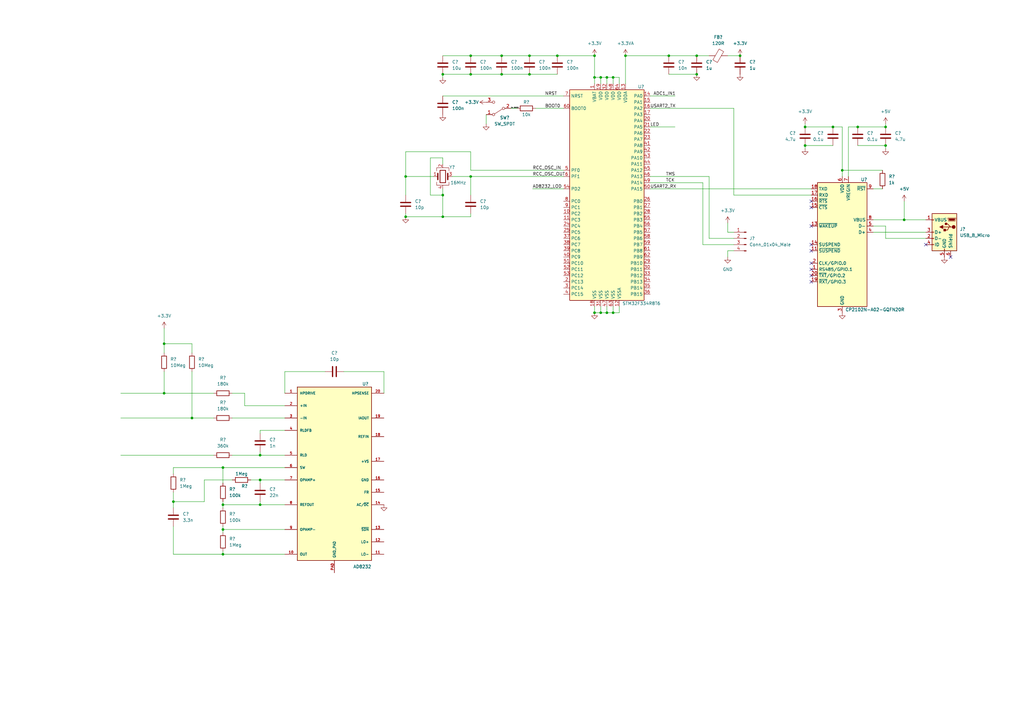
<source format=kicad_sch>
(kicad_sch (version 20211123) (generator eeschema)
  (paper "A3")
  (lib_symbols
    (symbol "AD8232:AD8232" (pin_names (offset 1.016))
      (property "Reference" "U" (at -15.24 45.72 0))
      (property "Value" "AD8232" (at -15.24 -30.48 0))
      (symbol "AD8232_0_0"
        (rectangle (start -15.24 -27.94) (end 15.24 43.18) (stroke (width 0.254)) (fill (type background)))
        (pin bidirectional line (at -20.32 40.64 0) (length 5.08) (name "HPDRIVE") (number "1"))
        (pin bidirectional line (at -20.32 -25.4 0) (length 5.08) (name "OUT") (number "10"))
        (pin bidirectional line (at 20.32 -25.4 180) (length 5.08) (name "LO-") (number "11"))
        (pin bidirectional line (at 20.32 -20.32 180) (length 5.08) (name "LO+") (number "12"))
        (pin bidirectional line (at 20.32 -15.24 180) (length 5.08) (name "~{SDN}") (number "13"))
        (pin bidirectional line (at 20.32 -5.08 180) (length 5.08) (name "AC/~{DC}") (number "14"))
        (pin bidirectional line (at 20.32 0 180) (length 5.08) (name "FR") (number "15"))
        (pin bidirectional line (at 20.32 5.08 180) (length 5.08) (name "GND") (number "16"))
        (pin bidirectional line (at 20.32 12.7 180) (length 5.08) (name "+VS") (number "17"))
        (pin bidirectional line (at 20.32 22.86 180) (length 5.08) (name "REFIN") (number "18"))
        (pin bidirectional line (at 20.32 30.48 180) (length 5.08) (name "IAOUT") (number "19"))
        (pin bidirectional line (at -20.32 35.56 0) (length 5.08) (name "+IN") (number "2"))
        (pin bidirectional line (at 20.32 40.64 180) (length 5.08) (name "HPSENSE") (number "20"))
        (pin bidirectional line (at -20.32 30.48 0) (length 5.08) (name "-IN") (number "3"))
        (pin bidirectional line (at -20.32 25.4 0) (length 5.08) (name "RLDFB") (number "4"))
        (pin bidirectional line (at -20.32 15.24 0) (length 5.08) (name "RLD") (number "5"))
        (pin bidirectional line (at -20.32 10.16 0) (length 5.08) (name "SW") (number "6"))
        (pin bidirectional line (at -20.32 5.08 0) (length 5.08) (name "OPAMP+") (number "7"))
        (pin bidirectional line (at -20.32 -5.08 0) (length 5.08) (name "REFOUT") (number "8"))
        (pin bidirectional line (at -20.32 -15.24 0) (length 5.08) (name "OPAMP-") (number "9"))
        (pin bidirectional line (at 0 -33.02 90) (length 5.08) (name "GND_PAD") (number "PAD"))
      )
    )
    (symbol "Connector:Conn_01x04_Male" (pin_names (offset 1.016) hide)
      (property "Reference" "J" (at 0 5.08 0))
      (property "Value" "Conn_01x04_Male" (at 0 -7.62 0))
      (symbol "Conn_01x04_Male_1_1"
        (polyline (pts (xy 1.27 -5.08) (xy 0.8636 -5.08)) (stroke (width 0.1524)))
        (polyline (pts (xy 1.27 -2.54) (xy 0.8636 -2.54)) (stroke (width 0.1524)))
        (polyline (pts (xy 1.27 0) (xy 0.8636 0)) (stroke (width 0.1524)))
        (polyline (pts (xy 1.27 2.54) (xy 0.8636 2.54)) (stroke (width 0.1524)))
        (rectangle (start 0.8636 -4.953) (end 0 -5.207) (stroke (width 0.1524)) (fill (type outline)))
        (rectangle (start 0.8636 -2.413) (end 0 -2.667) (stroke (width 0.1524)) (fill (type outline)))
        (rectangle (start 0.8636 0.127) (end 0 -0.127) (stroke (width 0.1524)) (fill (type outline)))
        (rectangle (start 0.8636 2.667) (end 0 2.413) (stroke (width 0.1524)) (fill (type outline)))
        (pin passive line (at 5.08 2.54 180) (length 3.81) (name "Pin_1") (number "1"))
        (pin passive line (at 5.08 0 180) (length 3.81) (name "Pin_2") (number "2"))
        (pin passive line (at 5.08 -2.54 180) (length 3.81) (name "Pin_3") (number "3"))
        (pin passive line (at 5.08 -5.08 180) (length 3.81) (name "Pin_4") (number "4"))
      )
    )
    (symbol "Connector:USB_B_Micro" (pin_names (offset 1.016))
      (property "Reference" "J" (at -5.08 11.43 0))
      (property "Value" "USB_B_Micro" (at -5.08 8.89 0))
      (symbol "USB_B_Micro_0_1"
        (rectangle (start -5.08 -7.62) (end 5.08 7.62) (stroke (width 0.254)) (fill (type background)))
        (circle (center -3.81 2.159) (radius 0.635) (stroke (width 0.254)) (fill (type outline)))
        (circle (center -0.635 3.429) (radius 0.381) (stroke (width 0.254)) (fill (type outline)))
        (rectangle (start -0.127 -7.62) (end 0.127 -6.858))
        (polyline (pts (xy -1.905 2.159) (xy 0.635 2.159)) (stroke (width 0.254)))
        (polyline (pts (xy -3.175 2.159) (xy -2.54 2.159) (xy -1.27 3.429) (xy -0.635 3.429)) (stroke (width 0.254)))
        (polyline (pts (xy -2.54 2.159) (xy -1.905 2.159) (xy -1.27 0.889) (xy 0 0.889)) (stroke (width 0.254)))
        (polyline (pts (xy 0.635 2.794) (xy 0.635 1.524) (xy 1.905 2.159) (xy 0.635 2.794)) (stroke (width 0.254)) (fill (type outline)))
        (polyline (pts (xy -4.318 5.588) (xy -1.778 5.588) (xy -2.032 4.826) (xy -4.064 4.826) (xy -4.318 5.588)) (fill (type outline)))
        (polyline (pts (xy -4.699 5.842) (xy -4.699 5.588) (xy -4.445 4.826) (xy -4.445 4.572) (xy -1.651 4.572) (xy -1.651 4.826) (xy -1.397 5.588) (xy -1.397 5.842) (xy -4.699 5.842)))
        (rectangle (start 0.254 1.27) (end -0.508 0.508) (stroke (width 0.254)) (fill (type outline)))
        (rectangle (start 5.08 -5.207) (end 4.318 -4.953))
        (rectangle (start 5.08 -2.667) (end 4.318 -2.413))
        (rectangle (start 5.08 -0.127) (end 4.318 0.127))
        (rectangle (start 5.08 4.953) (end 4.318 5.207))
      )
      (symbol "USB_B_Micro_1_1"
        (pin power_out line (at 7.62 5.08 180) (length 2.54) (name "VBUS") (number "1"))
        (pin bidirectional line (at 7.62 -2.54 180) (length 2.54) (name "D-") (number "2"))
        (pin bidirectional line (at 7.62 0 180) (length 2.54) (name "D+") (number "3"))
        (pin passive line (at 7.62 -5.08 180) (length 2.54) (name "ID") (number "4"))
        (pin power_out line (at 0 -10.16 90) (length 2.54) (name "GND") (number "5"))
        (pin passive line (at -2.54 -10.16 90) (length 2.54) (name "Shield") (number "6"))
      )
    )
    (symbol "Device:C" (pin_numbers hide) (pin_names (offset 0.254))
      (property "Reference" "C" (at 0.635 2.54 0))
      (property "Value" "C" (at 0.635 -2.54 0))
      (symbol "C_0_1"
        (polyline (pts (xy -2.032 -0.762) (xy 2.032 -0.762)) (stroke (width 0.508)))
        (polyline (pts (xy -2.032 0.762) (xy 2.032 0.762)) (stroke (width 0.508)))
      )
      (symbol "C_1_1"
        (pin passive line (at 0 3.81 270) (length 2.794) (name "~") (number "1"))
        (pin passive line (at 0 -3.81 90) (length 2.794) (name "~") (number "2"))
      )
    )
    (symbol "Device:Crystal_GND24" (pin_names (offset 1.016) hide)
      (property "Reference" "Y" (at 3.175 5.08 0))
      (property "Value" "Crystal_GND24" (at 3.175 3.175 0))
      (symbol "Crystal_GND24_0_1"
        (rectangle (start -1.143 2.54) (end 1.143 -2.54) (stroke (width 0.3048)))
        (polyline (pts (xy -2.54 0) (xy -2.032 0)))
        (polyline (pts (xy -2.032 -1.27) (xy -2.032 1.27)) (stroke (width 0.508)))
        (polyline (pts (xy 0 -3.81) (xy 0 -3.556)))
        (polyline (pts (xy 0 3.556) (xy 0 3.81)))
        (polyline (pts (xy 2.032 -1.27) (xy 2.032 1.27)) (stroke (width 0.508)))
        (polyline (pts (xy 2.032 0) (xy 2.54 0)))
        (polyline (pts (xy -2.54 -2.286) (xy -2.54 -3.556) (xy 2.54 -3.556) (xy 2.54 -2.286)))
        (polyline (pts (xy -2.54 2.286) (xy -2.54 3.556) (xy 2.54 3.556) (xy 2.54 2.286)))
      )
      (symbol "Crystal_GND24_1_1"
        (pin passive line (at -3.81 0 0) (length 1.27) (name "1") (number "1"))
        (pin passive line (at 0 5.08 270) (length 1.27) (name "2") (number "2"))
        (pin passive line (at 3.81 0 180) (length 1.27) (name "3") (number "3"))
        (pin passive line (at 0 -5.08 90) (length 1.27) (name "4") (number "4"))
      )
    )
    (symbol "Device:FerriteBead" (pin_numbers hide) (pin_names (offset 0))
      (property "Reference" "FB" (at -3.81 0.635 90))
      (property "Value" "FerriteBead" (at 3.81 0 90))
      (symbol "FerriteBead_0_1"
        (polyline (pts (xy 0 -1.27) (xy 0 -1.2192)))
        (polyline (pts (xy 0 1.27) (xy 0 1.2954)))
        (polyline (pts (xy -2.7686 0.4064) (xy -1.7018 2.2606) (xy 2.7686 -0.3048) (xy 1.6764 -2.159) (xy -2.7686 0.4064)))
      )
      (symbol "FerriteBead_1_1"
        (pin passive line (at 0 3.81 270) (length 2.54) (name "~") (number "1"))
        (pin passive line (at 0 -3.81 90) (length 2.54) (name "~") (number "2"))
      )
    )
    (symbol "Device:R" (pin_numbers hide) (pin_names (offset 0))
      (property "Reference" "R" (at 2.032 0 90))
      (property "Value" "R" (at 0 0 90))
      (symbol "R_0_1"
        (rectangle (start -1.016 -2.54) (end 1.016 2.54) (stroke (width 0.254)))
      )
      (symbol "R_1_1"
        (pin passive line (at 0 3.81 270) (length 1.27) (name "~") (number "1"))
        (pin passive line (at 0 -3.81 90) (length 1.27) (name "~") (number "2"))
      )
    )
    (symbol "Interface_USB:CP2102N-Axx-xQFN20"
      (property "Reference" "U" (at -8.89 26.67 0))
      (property "Value" "CP2102N-Axx-xQFN20" (at 12.7 26.67 0))
      (symbol "CP2102N-Axx-xQFN20_0_1"
        (rectangle (start -10.16 25.4) (end 10.16 -25.4) (stroke (width 0.254)) (fill (type background)))
      )
      (symbol "CP2102N-Axx-xQFN20_1_1"
        (pin bidirectional line (at 12.7 -10.16 180) (length 2.54) (name "RS485/GPIO.1") (number "1"))
        (pin no_connect line (at -10.16 -22.86 0) (length 2.54) hide (name "NC") (number "10"))
        (pin output line (at 12.7 -2.54 180) (length 2.54) (name "~{SUSPEND}") (number "11"))
        (pin passive line (at 0 -27.94 90) (length 2.54) hide (name "GND") (number "12"))
        (pin input line (at 12.7 7.62 180) (length 2.54) (name "~{WAKEUP}") (number "13"))
        (pin output line (at 12.7 0 180) (length 2.54) (name "SUSPEND") (number "14"))
        (pin input line (at 12.7 15.24 180) (length 2.54) (name "~{CTS}") (number "15"))
        (pin output line (at 12.7 17.78 180) (length 2.54) (name "~{RTS}") (number "16"))
        (pin input line (at 12.7 20.32 180) (length 2.54) (name "RXD") (number "17"))
        (pin output line (at 12.7 22.86 180) (length 2.54) (name "TXD") (number "18"))
        (pin bidirectional line (at 12.7 -15.24 180) (length 2.54) (name "~{RXT}/GPIO.3") (number "19"))
        (pin bidirectional line (at 12.7 -7.62 180) (length 2.54) (name "CLK/GPIO.0") (number "2"))
        (pin bidirectional line (at 12.7 -12.7 180) (length 2.54) (name "~{TXT}/GPIO.2") (number "20"))
        (pin passive line (at 0 -27.94 90) (length 2.54) hide (name "GND") (number "21"))
        (pin power_in line (at 0 -27.94 90) (length 2.54) (name "GND") (number "3"))
        (pin bidirectional line (at -12.7 5.08 0) (length 2.54) (name "D+") (number "4"))
        (pin bidirectional line (at -12.7 7.62 0) (length 2.54) (name "D-") (number "5"))
        (pin power_in line (at 0 27.94 270) (length 2.54) (name "VDD") (number "6"))
        (pin power_in line (at -2.54 27.94 270) (length 2.54) (name "VREGIN") (number "7"))
        (pin input line (at -12.7 10.16 0) (length 2.54) (name "VBUS") (number "8"))
        (pin input line (at -12.7 22.86 0) (length 2.54) (name "~{RST}") (number "9"))
      )
    )
    (symbol "MCU_ST_STM32F3:STM32F334R8Tx"
      (property "Reference" "U" (at -15.24 44.45 0))
      (property "Value" "STM32F334R8Tx" (at 10.16 44.45 0))
      (symbol "STM32F334R8Tx_0_1"
        (rectangle (start -15.24 -43.18) (end 15.24 43.18) (stroke (width 0.254)) (fill (type background)))
      )
      (symbol "STM32F334R8Tx_1_1"
        (pin power_in line (at -5.08 45.72 270) (length 2.54) (name "VBAT") (number "1"))
        (pin bidirectional line (at -17.78 -7.62 0) (length 2.54) (name "PC2") (number "10"))
        (pin bidirectional line (at -17.78 -10.16 0) (length 2.54) (name "PC3") (number "11"))
        (pin power_in line (at 5.08 -45.72 90) (length 2.54) (name "VSSA") (number "12"))
        (pin power_in line (at 7.62 45.72 270) (length 2.54) (name "VDDA") (number "13"))
        (pin bidirectional line (at 17.78 40.64 180) (length 2.54) (name "PA0") (number "14"))
        (pin bidirectional line (at 17.78 38.1 180) (length 2.54) (name "PA1") (number "15"))
        (pin bidirectional line (at 17.78 35.56 180) (length 2.54) (name "PA2") (number "16"))
        (pin bidirectional line (at 17.78 33.02 180) (length 2.54) (name "PA3") (number "17"))
        (pin power_in line (at -5.08 -45.72 90) (length 2.54) (name "VSS") (number "18"))
        (pin power_in line (at -2.54 45.72 270) (length 2.54) (name "VDD") (number "19"))
        (pin bidirectional line (at -17.78 -35.56 0) (length 2.54) (name "PC13") (number "2"))
        (pin bidirectional line (at 17.78 30.48 180) (length 2.54) (name "PA4") (number "20"))
        (pin bidirectional line (at 17.78 27.94 180) (length 2.54) (name "PA5") (number "21"))
        (pin bidirectional line (at 17.78 25.4 180) (length 2.54) (name "PA6") (number "22"))
        (pin bidirectional line (at 17.78 22.86 180) (length 2.54) (name "PA7") (number "23"))
        (pin bidirectional line (at -17.78 -12.7 0) (length 2.54) (name "PC4") (number "24"))
        (pin bidirectional line (at -17.78 -15.24 0) (length 2.54) (name "PC5") (number "25"))
        (pin bidirectional line (at 17.78 -2.54 180) (length 2.54) (name "PB0") (number "26"))
        (pin bidirectional line (at 17.78 -5.08 180) (length 2.54) (name "PB1") (number "27"))
        (pin bidirectional line (at 17.78 -7.62 180) (length 2.54) (name "PB2") (number "28"))
        (pin bidirectional line (at 17.78 -27.94 180) (length 2.54) (name "PB10") (number "29"))
        (pin bidirectional line (at -17.78 -38.1 0) (length 2.54) (name "PC14") (number "3"))
        (pin bidirectional line (at 17.78 -30.48 180) (length 2.54) (name "PB11") (number "30"))
        (pin power_in line (at -2.54 -45.72 90) (length 2.54) (name "VSS") (number "31"))
        (pin power_in line (at 0 45.72 270) (length 2.54) (name "VDD") (number "32"))
        (pin bidirectional line (at 17.78 -33.02 180) (length 2.54) (name "PB12") (number "33"))
        (pin bidirectional line (at 17.78 -35.56 180) (length 2.54) (name "PB13") (number "34"))
        (pin bidirectional line (at 17.78 -38.1 180) (length 2.54) (name "PB14") (number "35"))
        (pin bidirectional line (at 17.78 -40.64 180) (length 2.54) (name "PB15") (number "36"))
        (pin bidirectional line (at -17.78 -17.78 0) (length 2.54) (name "PC6") (number "37"))
        (pin bidirectional line (at -17.78 -20.32 0) (length 2.54) (name "PC7") (number "38"))
        (pin bidirectional line (at -17.78 -22.86 0) (length 2.54) (name "PC8") (number "39"))
        (pin bidirectional line (at -17.78 -40.64 0) (length 2.54) (name "PC15") (number "4"))
        (pin bidirectional line (at -17.78 -25.4 0) (length 2.54) (name "PC9") (number "40"))
        (pin bidirectional line (at 17.78 20.32 180) (length 2.54) (name "PA8") (number "41"))
        (pin bidirectional line (at 17.78 17.78 180) (length 2.54) (name "PA9") (number "42"))
        (pin bidirectional line (at 17.78 15.24 180) (length 2.54) (name "PA10") (number "43"))
        (pin bidirectional line (at 17.78 12.7 180) (length 2.54) (name "PA11") (number "44"))
        (pin bidirectional line (at 17.78 10.16 180) (length 2.54) (name "PA12") (number "45"))
        (pin bidirectional line (at 17.78 7.62 180) (length 2.54) (name "PA13") (number "46"))
        (pin power_in line (at 0 -45.72 90) (length 2.54) (name "VSS") (number "47"))
        (pin power_in line (at 2.54 45.72 270) (length 2.54) (name "VDD") (number "48"))
        (pin bidirectional line (at 17.78 5.08 180) (length 2.54) (name "PA14") (number "49"))
        (pin input line (at -17.78 10.16 0) (length 2.54) (name "PF0") (number "5"))
        (pin bidirectional line (at 17.78 2.54 180) (length 2.54) (name "PA15") (number "50"))
        (pin bidirectional line (at -17.78 -27.94 0) (length 2.54) (name "PC10") (number "51"))
        (pin bidirectional line (at -17.78 -30.48 0) (length 2.54) (name "PC11") (number "52"))
        (pin bidirectional line (at -17.78 -33.02 0) (length 2.54) (name "PC12") (number "53"))
        (pin bidirectional line (at -17.78 2.54 0) (length 2.54) (name "PD2") (number "54"))
        (pin bidirectional line (at 17.78 -10.16 180) (length 2.54) (name "PB3") (number "55"))
        (pin bidirectional line (at 17.78 -12.7 180) (length 2.54) (name "PB4") (number "56"))
        (pin bidirectional line (at 17.78 -15.24 180) (length 2.54) (name "PB5") (number "57"))
        (pin bidirectional line (at 17.78 -17.78 180) (length 2.54) (name "PB6") (number "58"))
        (pin bidirectional line (at 17.78 -20.32 180) (length 2.54) (name "PB7") (number "59"))
        (pin input line (at -17.78 7.62 0) (length 2.54) (name "PF1") (number "6"))
        (pin input line (at -17.78 35.56 0) (length 2.54) (name "BOOT0") (number "60"))
        (pin bidirectional line (at 17.78 -22.86 180) (length 2.54) (name "PB8") (number "61"))
        (pin bidirectional line (at 17.78 -25.4 180) (length 2.54) (name "PB9") (number "62"))
        (pin power_in line (at 2.54 -45.72 90) (length 2.54) (name "VSS") (number "63"))
        (pin power_in line (at 5.08 45.72 270) (length 2.54) (name "VDD") (number "64"))
        (pin input line (at -17.78 40.64 0) (length 2.54) (name "NRST") (number "7"))
        (pin bidirectional line (at -17.78 -2.54 0) (length 2.54) (name "PC0") (number "8"))
        (pin bidirectional line (at -17.78 -5.08 0) (length 2.54) (name "PC1") (number "9"))
      )
    )
    (symbol "Switch:SW_SPDT" (pin_names (offset 0) hide)
      (property "Reference" "SW" (at 0 4.318 0))
      (property "Value" "SW_SPDT" (at 0 -5.08 0))
      (symbol "SW_SPDT_0_0"
        (circle (center -2.032 0) (radius 0.508))
        (circle (center 2.032 -2.54) (radius 0.508))
      )
      (symbol "SW_SPDT_0_1"
        (polyline (pts (xy -1.524 0.254) (xy 1.651 2.286)))
        (circle (center 2.032 2.54) (radius 0.508))
      )
      (symbol "SW_SPDT_1_1"
        (pin passive line (at 5.08 2.54 180) (length 2.54) (name "A") (number "1"))
        (pin passive line (at -5.08 0 0) (length 2.54) (name "B") (number "2"))
        (pin passive line (at 5.08 -2.54 180) (length 2.54) (name "C") (number "3"))
      )
    )
    (symbol "power:+3.3V" (power) (pin_names (offset 0))
      (property "Value" "+3.3V" (at 0 3.556 0))
      (symbol "+3.3V_0_1"
        (polyline (pts (xy -0.762 1.27) (xy 0 2.54)))
        (polyline (pts (xy 0 0) (xy 0 2.54)))
        (polyline (pts (xy 0 2.54) (xy 0.762 1.27)))
      )
      (symbol "+3.3V_1_1"
        (pin power_in line (at 0 0 90) (length 0) hide (name "+3.3V") (number "1"))
      )
    )
    (symbol "power:+3.3VA" (power) (pin_names (offset 0))
      (property "Value" "+3.3VA" (at 0 3.556 0))
      (symbol "+3.3VA_0_1"
        (polyline (pts (xy -0.762 1.27) (xy 0 2.54)))
        (polyline (pts (xy 0 0) (xy 0 2.54)))
        (polyline (pts (xy 0 2.54) (xy 0.762 1.27)))
      )
      (symbol "+3.3VA_1_1"
        (pin power_in line (at 0 0 90) (length 0) hide (name "+3.3VA") (number "1"))
      )
    )
    (symbol "power:+5V" (power) (pin_names (offset 0))
      (property "Value" "+5V" (at 0 3.556 0))
      (symbol "+5V_0_1"
        (polyline (pts (xy -0.762 1.27) (xy 0 2.54)))
        (polyline (pts (xy 0 0) (xy 0 2.54)))
        (polyline (pts (xy 0 2.54) (xy 0.762 1.27)))
      )
      (symbol "+5V_1_1"
        (pin power_in line (at 0 0 90) (length 0) hide (name "+5V") (number "1"))
      )
    )
    (symbol "power:GND" (power) (pin_names (offset 0))
      (property "Value" "GND" (at 0 -3.81 0))
      (symbol "GND_0_1"
        (polyline (pts (xy 0 0) (xy 0 -1.27) (xy 1.27 -1.27) (xy 0 -2.54) (xy -1.27 -1.27) (xy 0 -1.27)))
      )
      (symbol "GND_1_1"
        (pin power_in line (at 0 0 270) (length 0) hide (name "GND") (number "1"))
      )
    )
  )
  (junction (at 91.44 217.17))
  (junction (at 251.46 31.75))
  (junction (at 243.84 22.86))
  (junction (at 91.44 191.77))
  (junction (at 193.04 72.39))
  (junction (at 91.44 227.33))
  (junction (at 217.17 30.48))
  (junction (at 78.74 171.45))
  (junction (at 193.04 30.48))
  (junction (at 246.38 31.75))
  (junction (at 330.2 52.07))
  (junction (at 248.92 31.75))
  (junction (at 181.61 30.48))
  (junction (at 71.12 205.74))
  (junction (at 205.74 22.86))
  (junction (at 303.53 22.86))
  (junction (at 106.68 186.69))
  (junction (at 248.92 128.27))
  (junction (at 251.46 128.27))
  (junction (at 345.44 69.85))
  (junction (at 67.31 140.97))
  (junction (at 341.63 52.07))
  (junction (at 193.04 22.86))
  (junction (at 285.75 30.48))
  (junction (at 166.37 88.9))
  (junction (at 181.61 80.01))
  (junction (at 274.32 22.86))
  (junction (at 370.84 90.17))
  (junction (at 181.61 88.9))
  (junction (at 246.38 128.27))
  (junction (at 228.6 22.86))
  (junction (at 363.22 59.69))
  (junction (at 217.17 22.86))
  (junction (at 91.44 207.01))
  (junction (at 285.75 22.86))
  (junction (at 67.31 161.29))
  (junction (at 330.2 59.69))
  (junction (at 351.79 52.07))
  (junction (at 243.84 128.27))
  (junction (at 205.74 30.48))
  (junction (at 363.22 52.07))
  (junction (at 243.84 31.75))
  (junction (at 106.68 207.01))
  (junction (at 106.68 196.85))
  (junction (at 166.37 72.39))
  (junction (at 256.54 22.86))
  (no_connect (at 332.74 113.03))
  (no_connect (at 332.74 115.57))
  (no_connect (at 332.74 92.71))
  (no_connect (at 332.74 107.95))
  (no_connect (at 389.89 105.41))
  (no_connect (at 332.74 110.49))
  (no_connect (at 332.74 85.09))
  (no_connect (at 379.73 100.33))
  (no_connect (at 332.74 100.33))
  (no_connect (at 332.74 102.87))
  (no_connect (at 332.74 82.55))
  (wire (pts (xy 256.54 22.86) (xy 274.32 22.86)))
  (wire (pts (xy 106.68 186.69) (xy 116.84 186.69)))
  (wire (pts (xy 91.44 215.9) (xy 91.44 217.17)))
  (wire (pts (xy 157.48 152.4) (xy 157.48 161.29)))
  (wire (pts (xy 67.31 152.4) (xy 67.31 161.29)))
  (wire (pts (xy 300.99 95.25) (xy 298.45 95.25)))
  (wire (pts (xy 176.53 80.01) (xy 181.61 80.01)))
  (wire (pts (xy 91.44 198.12) (xy 91.44 191.77)))
  (wire (pts (xy 71.12 215.9) (xy 71.12 227.33)))
  (wire (pts (xy 370.84 90.17) (xy 379.73 90.17)))
  (wire (pts (xy 248.92 125.73) (xy 248.92 128.27)))
  (wire (pts (xy 181.61 88.9) (xy 193.04 88.9)))
  (wire (pts (xy 193.04 72.39) (xy 231.14 72.39)))
  (wire (pts (xy 358.14 77.47) (xy 361.95 77.47)))
  (wire (pts (xy 185.42 72.39) (xy 193.04 72.39)))
  (wire (pts (xy 347.98 52.07) (xy 347.98 72.39)))
  (wire (pts (xy 205.74 22.86) (xy 217.17 22.86)))
  (wire (pts (xy 298.45 91.44) (xy 298.45 95.25)))
  (wire (pts (xy 181.61 30.48) (xy 181.61 31.75)))
  (wire (pts (xy 266.7 39.37) (xy 276.86 39.37)))
  (wire (pts (xy 243.84 31.75) (xy 243.84 34.29)))
  (wire (pts (xy 341.63 52.07) (xy 345.44 52.07)))
  (wire (pts (xy 91.44 217.17) (xy 91.44 218.44)))
  (wire (pts (xy 251.46 125.73) (xy 251.46 128.27)))
  (wire (pts (xy 266.7 74.93) (xy 288.29 74.93)))
  (wire (pts (xy 166.37 72.39) (xy 166.37 80.01)))
  (wire (pts (xy 251.46 128.27) (xy 254 128.27)))
  (wire (pts (xy 49.53 186.69) (xy 87.63 186.69)))
  (wire (pts (xy 332.74 80.01) (xy 300.99 80.01)))
  (wire (pts (xy 166.37 62.23) (xy 193.04 62.23)))
  (wire (pts (xy 78.74 171.45) (xy 87.63 171.45)))
  (wire (pts (xy 243.84 125.73) (xy 243.84 128.27)))
  (wire (pts (xy 351.79 59.69) (xy 363.22 59.69)))
  (wire (pts (xy 243.84 22.86) (xy 243.84 31.75)))
  (wire (pts (xy 370.84 82.55) (xy 370.84 90.17)))
  (wire (pts (xy 298.45 102.87) (xy 298.45 105.41)))
  (wire (pts (xy 246.38 128.27) (xy 248.92 128.27)))
  (wire (pts (xy 363.22 97.79) (xy 379.73 97.79)))
  (wire (pts (xy 106.68 177.8) (xy 106.68 176.53)))
  (wire (pts (xy 266.7 52.07) (xy 276.86 52.07)))
  (wire (pts (xy 71.12 227.33) (xy 91.44 227.33)))
  (wire (pts (xy 358.14 95.25) (xy 379.73 95.25)))
  (wire (pts (xy 219.71 44.45) (xy 231.14 44.45)))
  (wire (pts (xy 363.22 59.69) (xy 363.22 60.96)))
  (wire (pts (xy 251.46 31.75) (xy 254 31.75)))
  (wire (pts (xy 288.29 100.33) (xy 300.99 100.33)))
  (wire (pts (xy 330.2 59.69) (xy 330.2 60.96)))
  (wire (pts (xy 181.61 77.47) (xy 181.61 80.01)))
  (wire (pts (xy 67.31 140.97) (xy 78.74 140.97)))
  (wire (pts (xy 300.99 102.87) (xy 298.45 102.87)))
  (wire (pts (xy 78.74 144.78) (xy 78.74 140.97)))
  (wire (pts (xy 49.53 161.29) (xy 67.31 161.29)))
  (wire (pts (xy 181.61 39.37) (xy 231.14 39.37)))
  (wire (pts (xy 67.31 161.29) (xy 87.63 161.29)))
  (wire (pts (xy 248.92 128.27) (xy 251.46 128.27)))
  (wire (pts (xy 274.32 22.86) (xy 285.75 22.86)))
  (wire (pts (xy 246.38 31.75) (xy 246.38 34.29)))
  (wire (pts (xy 341.63 59.69) (xy 330.2 59.69)))
  (wire (pts (xy 193.04 69.85) (xy 231.14 69.85)))
  (wire (pts (xy 116.84 152.4) (xy 133.35 152.4)))
  (wire (pts (xy 83.82 205.74) (xy 83.82 196.85)))
  (wire (pts (xy 83.82 196.85) (xy 95.25 196.85)))
  (wire (pts (xy 71.12 205.74) (xy 71.12 208.28)))
  (wire (pts (xy 193.04 72.39) (xy 193.04 80.01)))
  (wire (pts (xy 274.32 30.48) (xy 285.75 30.48)))
  (wire (pts (xy 266.7 44.45) (xy 300.99 44.45)))
  (wire (pts (xy 166.37 62.23) (xy 166.37 72.39)))
  (wire (pts (xy 217.17 22.86) (xy 228.6 22.86)))
  (wire (pts (xy 358.14 92.71) (xy 363.22 92.71)))
  (wire (pts (xy 176.53 64.77) (xy 176.53 80.01)))
  (wire (pts (xy 266.7 77.47) (xy 332.74 77.47)))
  (wire (pts (xy 95.25 186.69) (xy 106.68 186.69)))
  (wire (pts (xy 285.75 22.86) (xy 290.83 22.86)))
  (wire (pts (xy 363.22 92.71) (xy 363.22 97.79)))
  (wire (pts (xy 91.44 226.06) (xy 91.44 227.33)))
  (wire (pts (xy 351.79 52.07) (xy 363.22 52.07)))
  (wire (pts (xy 288.29 74.93) (xy 288.29 100.33)))
  (wire (pts (xy 347.98 52.07) (xy 351.79 52.07)))
  (wire (pts (xy 345.44 69.85) (xy 361.95 69.85)))
  (wire (pts (xy 290.83 72.39) (xy 290.83 97.79)))
  (wire (pts (xy 166.37 72.39) (xy 177.8 72.39)))
  (wire (pts (xy 345.44 72.39) (xy 345.44 69.85)))
  (wire (pts (xy 71.12 201.93) (xy 71.12 205.74)))
  (wire (pts (xy 71.12 205.74) (xy 83.82 205.74)))
  (wire (pts (xy 102.87 196.85) (xy 106.68 196.85)))
  (wire (pts (xy 116.84 196.85) (xy 106.68 196.85)))
  (wire (pts (xy 193.04 22.86) (xy 205.74 22.86)))
  (wire (pts (xy 358.14 90.17) (xy 370.84 90.17)))
  (wire (pts (xy 91.44 191.77) (xy 116.84 191.77)))
  (wire (pts (xy 181.61 22.86) (xy 193.04 22.86)))
  (wire (pts (xy 106.68 185.42) (xy 106.68 186.69)))
  (wire (pts (xy 116.84 227.33) (xy 91.44 227.33)))
  (wire (pts (xy 106.68 196.85) (xy 106.68 198.12)))
  (wire (pts (xy 256.54 34.29) (xy 256.54 22.86)))
  (wire (pts (xy 205.74 30.48) (xy 217.17 30.48)))
  (wire (pts (xy 95.25 171.45) (xy 116.84 171.45)))
  (wire (pts (xy 116.84 161.29) (xy 116.84 152.4)))
  (wire (pts (xy 91.44 205.74) (xy 91.44 207.01)))
  (wire (pts (xy 181.61 67.31) (xy 181.61 64.77)))
  (wire (pts (xy 166.37 88.9) (xy 181.61 88.9)))
  (wire (pts (xy 91.44 191.77) (xy 71.12 191.77)))
  (wire (pts (xy 254 125.73) (xy 254 128.27)))
  (wire (pts (xy 330.2 50.8) (xy 330.2 52.07)))
  (wire (pts (xy 67.31 140.97) (xy 67.31 144.78)))
  (wire (pts (xy 166.37 87.63) (xy 166.37 88.9)))
  (wire (pts (xy 246.38 31.75) (xy 248.92 31.75)))
  (wire (pts (xy 91.44 207.01) (xy 106.68 207.01)))
  (wire (pts (xy 78.74 152.4) (xy 78.74 171.45)))
  (wire (pts (xy 181.61 80.01) (xy 181.61 88.9)))
  (wire (pts (xy 217.17 30.48) (xy 228.6 30.48)))
  (wire (pts (xy 254 31.75) (xy 254 34.29)))
  (wire (pts (xy 300.99 80.01) (xy 300.99 44.45)))
  (wire (pts (xy 251.46 31.75) (xy 251.46 34.29)))
  (wire (pts (xy 106.68 207.01) (xy 116.84 207.01)))
  (wire (pts (xy 95.25 161.29) (xy 100.33 161.29)))
  (wire (pts (xy 228.6 22.86) (xy 243.84 22.86)))
  (wire (pts (xy 199.39 46.99) (xy 199.39 50.8)))
  (wire (pts (xy 248.92 31.75) (xy 251.46 31.75)))
  (wire (pts (xy 298.45 22.86) (xy 303.53 22.86)))
  (wire (pts (xy 49.53 171.45) (xy 78.74 171.45)))
  (wire (pts (xy 91.44 217.17) (xy 116.84 217.17)))
  (wire (pts (xy 246.38 125.73) (xy 246.38 128.27)))
  (wire (pts (xy 209.55 44.45) (xy 212.09 44.45)))
  (wire (pts (xy 248.92 31.75) (xy 248.92 34.29)))
  (wire (pts (xy 193.04 30.48) (xy 205.74 30.48)))
  (wire (pts (xy 266.7 72.39) (xy 290.83 72.39)))
  (wire (pts (xy 140.97 152.4) (xy 157.48 152.4)))
  (wire (pts (xy 106.68 205.74) (xy 106.68 207.01)))
  (wire (pts (xy 218.44 77.47) (xy 231.14 77.47)))
  (wire (pts (xy 193.04 69.85) (xy 193.04 62.23)))
  (wire (pts (xy 363.22 50.8) (xy 363.22 52.07)))
  (wire (pts (xy 341.63 52.07) (xy 330.2 52.07)))
  (wire (pts (xy 91.44 208.28) (xy 91.44 207.01)))
  (wire (pts (xy 181.61 30.48) (xy 193.04 30.48)))
  (wire (pts (xy 67.31 134.62) (xy 67.31 140.97)))
  (wire (pts (xy 100.33 166.37) (xy 116.84 166.37)))
  (wire (pts (xy 181.61 64.77) (xy 176.53 64.77)))
  (wire (pts (xy 243.84 128.27) (xy 246.38 128.27)))
  (wire (pts (xy 243.84 31.75) (xy 246.38 31.75)))
  (wire (pts (xy 71.12 191.77) (xy 71.12 194.31)))
  (wire (pts (xy 290.83 97.79) (xy 300.99 97.79)))
  (wire (pts (xy 345.44 52.07) (xy 345.44 69.85)))
  (wire (pts (xy 106.68 176.53) (xy 116.84 176.53)))
  (wire (pts (xy 100.33 161.29) (xy 100.33 166.37)))
  (wire (pts (xy 193.04 87.63) (xy 193.04 88.9)))
  (label "RCC_OSC_IN" (at 218.44 69.85 0))
  (label "TCK" (at 273.05 74.93 0))
  (label "NRST" (at 223.52 39.37 0))
  (label "RCC_OSC_OUT" (at 218.44 72.39 0))
  (label "LED" (at 266.7 52.07 0))
  (label "SW_BOOT0" (at 209.55 44.45 0) (effects (font (size 0.4 0.4))))
  (label "BOOT0" (at 223.52 44.45 0))
  (label "USART2_RX" (at 266.7 77.47 0))
  (label "TMS" (at 273.05 72.39 0))
  (label "AD8232_LOD" (at 218.44 77.47 0))
  (label "USART2_TX" (at 266.7 44.45 0))
  (label "ADC1_IN1" (at 267.97 39.37 0))
  (symbol (lib_id "Device:R") (at 71.12 198.12 0) (mirror y) (unit 1)
    (property "Reference" "R?" (at 73.66 196.8499 0) (effects (justify right)))
    (property "Value" "1Meg" (at 73.66 199.3899 0) (effects (justify right)))
  )
  (symbol (lib_id "Device:R") (at 215.9 44.45 90) (unit 1)
    (property "Reference" "R?" (at 215.9 41.91 90))
    (property "Value" "10k" (at 215.9 46.99 90))
  )
  (symbol (lib_id "power:+3.3V") (at 243.84 22.86 0) (unit 1)
    (property "Reference" "#PWR?" (effects hide))
    (property "Value" "+3.3V" (at 243.84 17.78 0))
  )
  (symbol (lib_id "power:GND") (at 285.75 30.48 0) (unit 1)
    (property "Reference" "#PWR?" (effects hide))
    (property "Value" "GND" (effects hide))
  )
  (symbol (lib_id "Device:R") (at 91.44 186.69 270) (mirror x) (unit 1)
    (property "Reference" "R?" (at 91.44 180.34 90))
    (property "Value" "360k" (at 91.44 182.88 90))
  )
  (symbol (lib_id "Device:R") (at 91.44 161.29 270) (mirror x) (unit 1)
    (property "Reference" "R?" (at 91.44 154.94 90))
    (property "Value" "180k" (at 91.44 157.48 90))
  )
  (symbol (lib_id "power:+3.3VA") (at 256.54 22.86 0) (unit 1)
    (property "Reference" "#PWR?" (effects hide))
    (property "Value" "+3.3VA" (at 256.54 17.78 0))
  )
  (symbol (lib_id "Device:C") (at 285.75 26.67 0) (unit 1)
    (property "Reference" "C?" (at 289.56 25.3999 0) (effects (justify left)))
    (property "Value" "1u" (at 289.56 27.9399 0) (effects (justify left)))
  )
  (symbol (lib_id "Connector:USB_B_Micro") (at 387.35 95.25 0) (mirror y) (unit 1)
    (property "Reference" "J?" (at 393.7 93.9799 0) (effects (justify right)))
    (property "Value" "USB_B_Micro" (at 393.7 96.5199 0) (effects (justify right)))
  )
  (symbol (lib_id "AD8232:AD8232") (at 137.16 201.93 0) (unit 1)
    (property "Reference" "U?" (at 149.86 157.48 0))
    (property "Value" "AD8232" (at 148.59 232.41 0))
    (property "Footprint" "LFCSP_20" (effects hide))
    (property "PROD_ID" "IC-11886" (effects hide))
  )
  (symbol (lib_id "Device:Crystal_GND24") (at 181.61 72.39 0) (unit 1)
    (property "Reference" "Y?" (at 185.42 68.58 0))
    (property "Value" "16MHz" (at 187.96 74.93 0))
  )
  (symbol (lib_id "Device:C") (at 181.61 43.18 0) (unit 1)
    (property "Reference" "C?" (at 185.42 41.9099 0) (effects (justify left)))
    (property "Value" "100n" (at 185.42 44.4499 0) (effects (justify left)))
  )
  (symbol (lib_id "Device:C") (at 330.2 55.88 0) (mirror y) (unit 1)
    (property "Reference" "C?" (at 326.39 54.6099 0) (effects (justify left)))
    (property "Value" "4.7u" (at 326.39 57.1499 0) (effects (justify left)))
  )
  (symbol (lib_id "power:GND") (at 303.53 30.48 0) (unit 1)
    (property "Reference" "#PWR?" (effects hide))
    (property "Value" "GND" (effects hide))
  )
  (symbol (lib_id "Device:C") (at 341.63 55.88 0) (mirror y) (unit 1)
    (property "Reference" "C?" (at 337.82 54.6099 0) (effects (justify left)))
    (property "Value" "0.1u" (at 337.82 57.15 0) (effects (justify left)))
  )
  (symbol (lib_id "power:GND") (at 345.44 128.27 0) (unit 1)
    (property "Reference" "#PWR?" (effects hide))
    (property "Value" "GND" (effects hide))
  )
  (symbol (lib_id "Interface_USB:CP2102N-Axx-xQFN20") (at 345.44 100.33 0) (mirror y) (unit 1)
    (property "Reference" "U?" (at 353.06 73.66 0) (effects (justify right)))
    (property "Value" "CP2102N-A02-GQFN20R" (at 346.71 127 0) (effects (justify right)))
    (property "Footprint" "Package_DFN_QFN:SiliconLabs_QFN-20-1EP_3x3mm_P0.5mm" (effects hide))
    (property "Datasheet" "https://www.silabs.com/documents/public/data-sheets/cp2102n-datasheet.pdf" (effects hide))
  )
  (symbol (lib_id "Device:C") (at 137.16 152.4 90) (unit 1)
    (property "Reference" "C?" (at 137.16 144.78 90))
    (property "Value" "10p" (at 137.16 147.32 90))
  )
  (symbol (lib_id "power:GND") (at 166.37 88.9 0) (unit 1)
    (property "Reference" "#PWR?" (effects hide))
    (property "Value" "GND" (effects hide))
  )
  (symbol (lib_id "MCU_ST_STM32F3:STM32F334R8Tx") (at 248.92 80.01 0) (unit 1)
    (property "Reference" "U?" (at 261.62 35.56 0) (effects (justify left)))
    (property "Value" "STM32F334R8T6" (at 255.27 124.46 0) (effects (justify left)))
    (property "Footprint" "Package_QFP:LQFP-64_10x10mm_P0.5mm" (effects hide))
    (property "Datasheet" "http://www.st.com/st-web-ui/static/active/en/resource/technical/document/datasheet/DM00097745.pdf" (effects hide))
  )
  (symbol (lib_id "Device:C") (at 106.68 201.93 0) (unit 1)
    (property "Reference" "C?" (at 110.49 200.6599 0) (effects (justify left)))
    (property "Value" "22n" (at 110.49 203.1999 0) (effects (justify left)))
  )
  (symbol (lib_id "power:+5V") (at 363.22 50.8 0) (unit 1)
    (property "Reference" "#PWR?" (effects hide))
    (property "Value" "+5V" (at 363.22 45.72 0))
  )
  (symbol (lib_id "power:GND") (at 387.35 105.41 0) (unit 1)
    (property "Reference" "#PWR?" (effects hide))
    (property "Value" "GND" (effects hide))
  )
  (symbol (lib_id "Device:R") (at 91.44 171.45 270) (mirror x) (unit 1)
    (property "Reference" "R?" (at 91.44 165.1 90))
    (property "Value" "180k" (at 91.44 167.64 90))
  )
  (symbol (lib_id "power:GND") (at 199.39 50.8 0) (unit 1)
    (property "Reference" "#PWR?" (effects hide))
    (property "Value" "GND" (effects hide))
  )
  (symbol (lib_id "power:GND") (at 298.45 105.41 0) (unit 1)
    (property "Reference" "#PWR?" (effects hide))
    (property "Value" "GND" (at 298.45 110.49 0))
  )
  (symbol (lib_id "power:GND") (at 363.22 60.96 0) (unit 1)
    (property "Reference" "#PWR?" (effects hide))
    (property "Value" "GND" (effects hide))
  )
  (symbol (lib_id "Device:C") (at 205.74 26.67 0) (unit 1)
    (property "Reference" "C?" (at 209.55 25.3999 0) (effects (justify left)))
    (property "Value" "100n" (at 209.55 27.9399 0) (effects (justify left)))
  )
  (symbol (lib_id "Device:R") (at 91.44 201.93 0) (mirror y) (unit 1)
    (property "Reference" "R?" (at 93.98 200.6599 0) (effects (justify right)))
    (property "Value" "100k" (at 93.98 203.1999 0) (effects (justify right)))
  )
  (symbol (lib_id "power:GND") (at 157.48 207.01 0) (unit 1)
    (property "Reference" "#PWR?" (effects hide))
    (property "Value" "GND" (effects hide))
  )
  (symbol (lib_id "Device:C") (at 217.17 26.67 0) (unit 1)
    (property "Reference" "C?" (at 220.98 25.3999 0) (effects (justify left)))
    (property "Value" "100n" (at 220.98 27.9399 0) (effects (justify left)))
  )
  (symbol (lib_id "Device:C") (at 71.12 212.09 0) (unit 1)
    (property "Reference" "C?" (at 74.93 210.8199 0) (effects (justify left)))
    (property "Value" "3.3n" (at 74.93 213.3599 0) (effects (justify left)))
  )
  (symbol (lib_id "Device:C") (at 193.04 26.67 0) (unit 1)
    (property "Reference" "C?" (at 196.85 25.3999 0) (effects (justify left)))
    (property "Value" "100n" (at 196.85 27.9399 0) (effects (justify left)))
  )
  (symbol (lib_id "Device:C") (at 351.79 55.88 0) (unit 1)
    (property "Reference" "C?" (at 355.6 54.6099 0) (effects (justify left)))
    (property "Value" "0.1u" (at 355.6 57.15 0) (effects (justify left)))
  )
  (symbol (lib_id "Device:C") (at 193.04 83.82 0) (unit 1)
    (property "Reference" "C?" (at 196.85 82.5499 0) (effects (justify left)))
    (property "Value" "10p" (at 196.85 85.0899 0) (effects (justify left)))
  )
  (symbol (lib_id "Device:C") (at 303.53 26.67 0) (unit 1)
    (property "Reference" "C?" (at 307.34 25.3999 0) (effects (justify left)))
    (property "Value" "1u" (at 307.34 27.9399 0) (effects (justify left)))
  )
  (symbol (lib_id "power:+3.3V") (at 303.53 22.86 0) (unit 1)
    (property "Reference" "#PWR?" (effects hide))
    (property "Value" "+3.3V" (at 303.53 17.78 0))
  )
  (symbol (lib_id "power:+3.3V") (at 330.2 50.8 0) (unit 1)
    (property "Reference" "#PWR?" (effects hide))
    (property "Value" "+3.3V" (at 330.2 45.72 0))
  )
  (symbol (lib_id "Device:R") (at 99.06 196.85 270) (mirror x) (unit 1)
    (property "Reference" "R?" (at 100.33 199.39 90))
    (property "Value" "1Meg" (at 99.06 194.31 90))
  )
  (symbol (lib_id "power:+5V") (at 370.84 82.55 0) (unit 1)
    (property "Reference" "#PWR?" (effects hide))
    (property "Value" "+5V" (at 370.84 77.47 0))
  )
  (symbol (lib_id "Device:C") (at 363.22 55.88 0) (unit 1)
    (property "Reference" "C?" (at 367.03 54.6099 0) (effects (justify left)))
    (property "Value" "4.7u" (at 367.03 57.1499 0) (effects (justify left)))
  )
  (symbol (lib_id "Device:R") (at 91.44 212.09 0) (mirror y) (unit 1)
    (property "Reference" "R?" (at 93.98 210.8199 0) (effects (justify right)))
    (property "Value" "100k" (at 93.98 213.3599 0) (effects (justify right)))
  )
  (symbol (lib_id "Device:C") (at 106.68 181.61 0) (unit 1)
    (property "Reference" "C?" (at 110.49 180.3399 0) (effects (justify left)))
    (property "Value" "1n" (at 110.49 182.8799 0) (effects (justify left)))
  )
  (symbol (lib_id "Device:C") (at 166.37 83.82 0) (unit 1)
    (property "Reference" "C?" (at 170.18 82.5499 0) (effects (justify left)))
    (property "Value" "10p" (at 170.18 85.0899 0) (effects (justify left)))
  )
  (symbol (lib_id "Device:R") (at 91.44 222.25 0) (mirror y) (unit 1)
    (property "Reference" "R?" (at 93.98 220.9799 0) (effects (justify right)))
    (property "Value" "1Meg" (at 93.98 223.5199 0) (effects (justify right)))
  )
  (symbol (lib_id "Device:FerriteBead") (at 294.64 22.86 90) (unit 1)
    (property "Reference" "FB?" (at 294.5892 15.24 90))
    (property "Value" "120R" (at 294.5892 17.78 90))
  )
  (symbol (lib_id "Device:C") (at 274.32 26.67 0) (unit 1)
    (property "Reference" "C?" (at 278.13 25.3999 0) (effects (justify left)))
    (property "Value" "10n" (at 278.13 27.9399 0) (effects (justify left)))
  )
  (symbol (lib_id "power:+3.3V") (at 199.39 41.91 90) (unit 1)
    (property "Reference" "#PWR?" (effects hide))
    (property "Value" "+3.3V" (at 190.5 41.91 90) (effects (justify right)))
  )
  (symbol (lib_id "Device:C") (at 228.6 26.67 0) (unit 1)
    (property "Reference" "C?" (at 232.41 25.3999 0) (effects (justify left)))
    (property "Value" "100n" (at 232.41 27.9399 0) (effects (justify left)))
  )
  (symbol (lib_id "Device:R") (at 361.95 73.66 0) (unit 1)
    (property "Reference" "R?" (at 364.49 72.3899 0) (effects (justify left)))
    (property "Value" "1k" (at 364.49 74.9299 0) (effects (justify left)))
  )
  (symbol (lib_id "power:GND") (at 181.61 31.75 0) (unit 1)
    (property "Reference" "#PWR?" (effects hide))
    (property "Value" "GND" (effects hide))
  )
  (symbol (lib_id "Connector:Conn_01x04_Male") (at 306.07 97.79 0) (mirror y) (unit 1)
    (property "Reference" "J?" (at 307.34 97.7899 0) (effects (justify right)))
    (property "Value" "Conn_01x04_Male" (at 307.34 100.3299 0) (effects (justify right)))
  )
  (symbol (lib_id "power:+3.3V") (at 67.31 134.62 0) (unit 1)
    (property "Reference" "#PWR?" (effects hide))
    (property "Value" "+3.3V" (at 67.31 129.54 0))
  )
  (symbol (lib_id "power:GND") (at 243.84 128.27 0) (unit 1)
    (property "Reference" "#PWR?" (effects hide))
    (property "Value" "GND" (effects hide))
  )
  (symbol (lib_id "Device:C") (at 181.61 26.67 0) (unit 1)
    (property "Reference" "C?" (at 185.42 25.3999 0) (effects (justify left)))
    (property "Value" "10u" (at 185.42 27.9399 0) (effects (justify left)))
  )
  (symbol (lib_id "Device:R") (at 67.31 148.59 0) (mirror y) (unit 1)
    (property "Reference" "R?" (at 69.85 147.3199 0) (effects (justify right)))
    (property "Value" "10Meg" (at 69.85 149.8599 0) (effects (justify right)))
  )
  (symbol (lib_id "Switch:SW_SPDT") (at 204.47 44.45 180) (unit 1)
    (property "Reference" "SW?" (at 207.01 48.26 0))
    (property "Value" "SW_SPDT" (at 207.01 50.8 0))
  )
  (symbol (lib_id "Device:R") (at 78.74 148.59 0) (mirror y) (unit 1)
    (property "Reference" "R?" (at 81.28 147.3199 0) (effects (justify right)))
    (property "Value" "10Meg" (at 81.28 149.8599 0) (effects (justify right)))
  )
  (symbol (lib_id "power:+3.3V") (at 298.45 91.44 0) (unit 1)
    (property "Reference" "#PWR?" (effects hide))
    (property "Value" "+3.3V" (at 298.45 86.36 0))
  )
  (symbol (lib_id "power:GND") (at 181.61 46.99 0) (unit 1)
    (property "Reference" "#PWR?" (effects hide))
    (property "Value" "GND" (effects hide))
  )
  (symbol (lib_id "power:GND") (at 330.2 60.96 0) (mirror y) (unit 1)
    (property "Reference" "#PWR?" (effects hide))
    (property "Value" "GND" (effects hide))
  )
)
</source>
